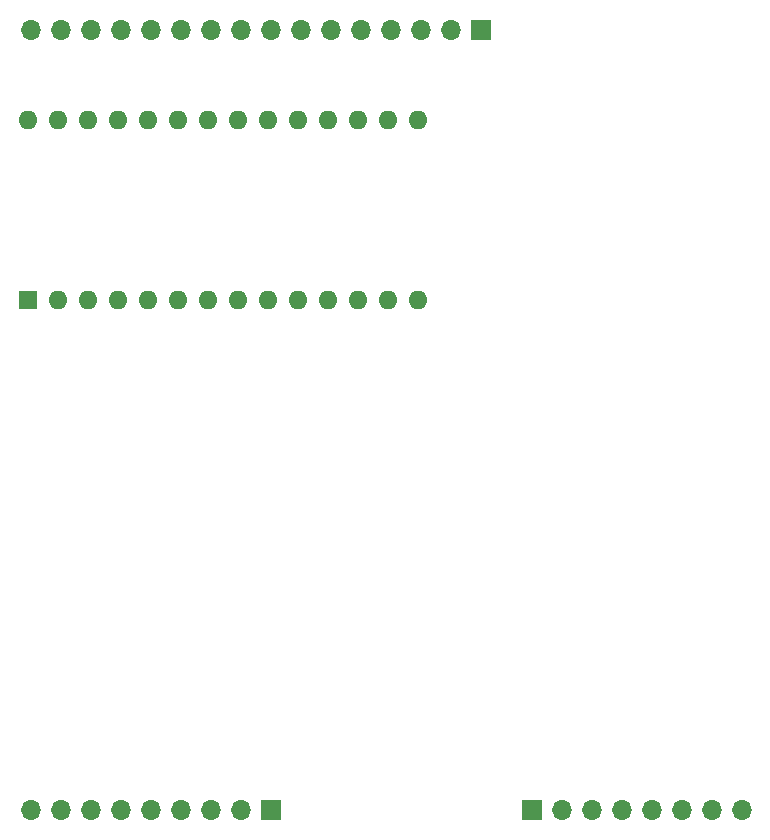
<source format=gbr>
%TF.GenerationSoftware,KiCad,Pcbnew,(5.1.10-1-10_14)*%
%TF.CreationDate,2021-11-08T19:33:34-05:00*%
%TF.ProjectId,RAM-MODULE,52414d2d-4d4f-4445-954c-452e6b696361,rev?*%
%TF.SameCoordinates,Original*%
%TF.FileFunction,Soldermask,Bot*%
%TF.FilePolarity,Negative*%
%FSLAX46Y46*%
G04 Gerber Fmt 4.6, Leading zero omitted, Abs format (unit mm)*
G04 Created by KiCad (PCBNEW (5.1.10-1-10_14)) date 2021-11-08 19:33:34*
%MOMM*%
%LPD*%
G01*
G04 APERTURE LIST*
%ADD10O,1.600000X1.600000*%
%ADD11R,1.600000X1.600000*%
%ADD12O,1.700000X1.700000*%
%ADD13R,1.700000X1.700000*%
G04 APERTURE END LIST*
D10*
%TO.C,U9*%
X4826000Y-109474000D03*
X37846000Y-124714000D03*
X7366000Y-109474000D03*
X35306000Y-124714000D03*
X9906000Y-109474000D03*
X32766000Y-124714000D03*
X12446000Y-109474000D03*
X30226000Y-124714000D03*
X14986000Y-109474000D03*
X27686000Y-124714000D03*
X17526000Y-109474000D03*
X25146000Y-124714000D03*
X20066000Y-109474000D03*
X22606000Y-124714000D03*
X22606000Y-109474000D03*
X20066000Y-124714000D03*
X25146000Y-109474000D03*
X17526000Y-124714000D03*
X27686000Y-109474000D03*
X14986000Y-124714000D03*
X30226000Y-109474000D03*
X12446000Y-124714000D03*
X32766000Y-109474000D03*
X9906000Y-124714000D03*
X35306000Y-109474000D03*
X7366000Y-124714000D03*
X37846000Y-109474000D03*
D11*
X4826000Y-124714000D03*
%TD*%
D12*
%TO.C,J1*%
X5080000Y-167894000D03*
X7620000Y-167894000D03*
X10160000Y-167894000D03*
X12700000Y-167894000D03*
X15240000Y-167894000D03*
X17780000Y-167894000D03*
X20320000Y-167894000D03*
X22860000Y-167894000D03*
D13*
X25400000Y-167894000D03*
%TD*%
D12*
%TO.C,J3*%
X5080000Y-101854000D03*
X7620000Y-101854000D03*
X10160000Y-101854000D03*
X12700000Y-101854000D03*
X15240000Y-101854000D03*
X17780000Y-101854000D03*
X20320000Y-101854000D03*
X22860000Y-101854000D03*
X25400000Y-101854000D03*
X27940000Y-101854000D03*
X30480000Y-101854000D03*
X33020000Y-101854000D03*
X35560000Y-101854000D03*
X38100000Y-101854000D03*
X40640000Y-101854000D03*
D13*
X43180000Y-101854000D03*
%TD*%
D12*
%TO.C,J2*%
X65278000Y-167894000D03*
X62738000Y-167894000D03*
X60198000Y-167894000D03*
X57658000Y-167894000D03*
X55118000Y-167894000D03*
X52578000Y-167894000D03*
X50038000Y-167894000D03*
D13*
X47498000Y-167894000D03*
%TD*%
M02*

</source>
